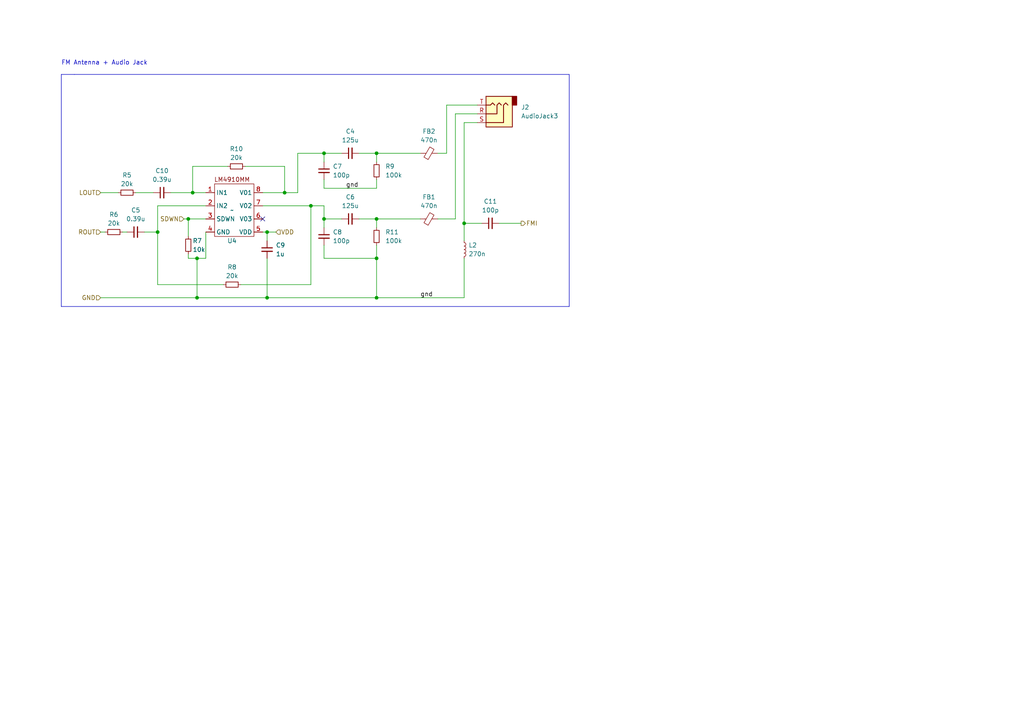
<source format=kicad_sch>
(kicad_sch (version 20230121) (generator eeschema)
  (paper "A4")
  (lib_symbols
    (symbol "Connector_Audio:AudioJack3"
      (property "Reference" "J" (at 0 8.89 0))
      (property "Value" "AudioJack3" (at 0 6.35 0))
      (symbol "AudioJack3_0_1"
        (rectangle (start -5.08 -5.08) (end -6.35 -2.54) (stroke (width 0.254)) (fill (type outline)))
        (polyline (pts (xy 0 -2.54) (xy 0.635 -3.175) (xy 1.27 -2.54) (xy 2.54 -2.54)) (stroke (width 0.254)))
        (polyline (pts (xy -1.905 -2.54) (xy -1.27 -3.175) (xy -0.635 -2.54) (xy -0.635 0) (xy 2.54 0)) (stroke (width 0.254)))
        (polyline (pts (xy 2.54 2.54) (xy -2.54 2.54) (xy -2.54 -2.54) (xy -3.175 -3.175) (xy -3.81 -2.54)) (stroke (width 0.254)))
        (rectangle (start 2.54 3.81) (end -5.08 -5.08) (stroke (width 0.254)) (fill (type background)))
      )
      (symbol "AudioJack3_1_1"
        (pin passive line (at 5.08 0 180) (length 2.54) (name "~") (number "R"))
        (pin passive line (at 5.08 2.54 180) (length 2.54) (name "~") (number "S"))
        (pin passive line (at 5.08 -2.54 180) (length 2.54) (name "~") (number "T"))
      )
    )
    (symbol "Device:C_Small" (pin_numbers hide) (pin_names (offset 0.254) hide)
      (property "Reference" "C" (at 0.254 1.778 0))
      (property "Value" "C_Small" (at 0.254 -2.032 0))
      (symbol "C_Small_0_1"
        (polyline (pts (xy -1.524 -0.508) (xy 1.524 -0.508)) (stroke (width 0.3302)))
        (polyline (pts (xy -1.524 0.508) (xy 1.524 0.508)) (stroke (width 0.3048)))
      )
      (symbol "C_Small_1_1"
        (pin passive line (at 0 2.54 270) (length 2.032) (name "~") (number "1"))
        (pin passive line (at 0 -2.54 90) (length 2.032) (name "~") (number "2"))
      )
    )
    (symbol "Device:FerriteBead_Small" (pin_numbers hide) (pin_names (offset 0))
      (property "Reference" "FB" (at 1.905 1.27 0))
      (property "Value" "FerriteBead_Small" (at 1.905 -1.27 0))
      (symbol "FerriteBead_Small_0_1"
        (polyline (pts (xy 0 -1.27) (xy 0 -0.7874)))
        (polyline (pts (xy 0 0.889) (xy 0 1.2954)))
        (polyline (pts (xy -1.8288 0.2794) (xy -1.1176 1.4986) (xy 1.8288 -0.2032) (xy 1.1176 -1.4224) (xy -1.8288 0.2794)))
      )
      (symbol "FerriteBead_Small_1_1"
        (pin passive line (at 0 2.54 270) (length 1.27) (name "~") (number "1"))
        (pin passive line (at 0 -2.54 90) (length 1.27) (name "~") (number "2"))
      )
    )
    (symbol "Device:L_Small" (pin_numbers hide) (pin_names (offset 0.254) hide)
      (property "Reference" "L" (at 0.762 1.016 0))
      (property "Value" "L_Small" (at 0.762 -1.016 0))
      (symbol "L_Small_0_1"
        (arc (start 0 -2.032) (mid 0.5058 -1.524) (end 0 -1.016))
        (arc (start 0 -1.016) (mid 0.5058 -0.508) (end 0 0))
        (arc (start 0 0) (mid 0.5058 0.508) (end 0 1.016))
        (arc (start 0 1.016) (mid 0.5058 1.524) (end 0 2.032))
      )
      (symbol "L_Small_1_1"
        (pin passive line (at 0 2.54 270) (length 0.508) (name "~") (number "1"))
        (pin passive line (at 0 -2.54 90) (length 0.508) (name "~") (number "2"))
      )
    )
    (symbol "Device:R_Small" (pin_numbers hide) (pin_names (offset 0.254) hide)
      (property "Reference" "R" (at 0.762 0.508 0))
      (property "Value" "R_Small" (at 0.762 -1.016 0))
      (symbol "R_Small_0_1"
        (rectangle (start -0.762 1.778) (end 0.762 -1.778) (stroke (width 0.2032)))
      )
      (symbol "R_Small_1_1"
        (pin passive line (at 0 2.54 270) (length 0.762) (name "~") (number "1"))
        (pin passive line (at 0 -2.54 90) (length 0.762) (name "~") (number "2"))
      )
    )
    (symbol "radio-proj:LM4910MM"
      (property "Reference" "U" (at 0 -8.89 0))
      (symbol "LM4910MM_0_1"
        (rectangle (start -5.08 7.62) (end 6.35 -7.62))
      )
      (symbol "LM4910MM_1_1"
        (text "LM4910MM\n" (at 0 8.89 0) (effects (font (size 1.27 1.27))))
        (pin input line (at -7.62 5.08 0) (length 2.54) (name "IN1") (number "1"))
        (pin input line (at -7.62 1.27 0) (length 2.54) (name "IN2") (number "2"))
        (pin input line (at -7.62 -2.54 0) (length 2.54) (name "SDWN") (number "3"))
        (pin power_in line (at -7.62 -6.35 0) (length 2.54) (name "GND") (number "4"))
        (pin input line (at 8.89 -6.35 180) (length 2.54) (name "VDD") (number "5"))
        (pin output line (at 8.89 -2.54 180) (length 2.54) (name "V03") (number "6"))
        (pin output line (at 8.89 1.27 180) (length 2.54) (name "V02") (number "7"))
        (pin output line (at 8.89 5.08 180) (length 2.54) (name "V01") (number "8"))
      )
    )
  )
  (junction (at 57.15 74.93))
  (junction (at 55.88 55.88))
  (junction (at 134.62 64.77))
  (junction (at 82.55 55.88))
  (junction (at 109.22 86.36))
  (junction (at 77.47 67.31))
  (junction (at 93.98 44.45))
  (junction (at 93.98 63.5))
  (junction (at 90.17 59.69))
  (junction (at 109.22 63.5))
  (junction (at 109.22 74.93))
  (junction (at 54.61 63.5))
  (junction (at 57.15 86.36))
  (junction (at 45.72 67.31))
  (junction (at 109.22 44.45))
  (junction (at 77.47 86.36))
  (no_connect (at 76.2 63.5))
  (wire (pts (xy 109.22 63.5) (xy 121.92 63.5)))
  (wire (pts (xy 71.12 48.26) (xy 82.55 48.26)))
  (wire (pts (xy 57.15 86.36) (xy 77.47 86.36)))
  (wire (pts (xy 93.98 52.07) (xy 93.98 54.61)))
  (wire (pts (xy 109.22 63.5) (xy 104.14 63.5)))
  (wire (pts (xy 93.98 44.45) (xy 99.06 44.45)))
  (wire (pts (xy 138.43 35.56) (xy 134.62 35.56)))
  (wire (pts (xy 77.47 86.36) (xy 77.47 74.93)))
  (wire (pts (xy 55.88 55.88) (xy 55.88 48.26)))
  (wire (pts (xy 134.62 64.77) (xy 134.62 69.85)))
  (wire (pts (xy 54.61 68.58) (xy 54.61 63.5)))
  (wire (pts (xy 109.22 71.12) (xy 109.22 74.93)))
  (wire (pts (xy 127 44.45) (xy 129.54 44.45)))
  (wire (pts (xy 93.98 54.61) (xy 109.22 54.61)))
  (wire (pts (xy 86.36 55.88) (xy 86.36 44.45)))
  (wire (pts (xy 57.15 86.36) (xy 57.15 74.93)))
  (wire (pts (xy 93.98 74.93) (xy 109.22 74.93)))
  (wire (pts (xy 69.85 82.55) (xy 90.17 82.55)))
  (wire (pts (xy 55.88 55.88) (xy 59.69 55.88)))
  (wire (pts (xy 82.55 48.26) (xy 82.55 55.88)))
  (wire (pts (xy 82.55 55.88) (xy 76.2 55.88)))
  (wire (pts (xy 49.53 55.88) (xy 55.88 55.88)))
  (wire (pts (xy 93.98 71.12) (xy 93.98 74.93)))
  (wire (pts (xy 109.22 66.04) (xy 109.22 63.5)))
  (wire (pts (xy 93.98 63.5) (xy 93.98 66.04)))
  (wire (pts (xy 57.15 74.93) (xy 59.69 74.93)))
  (wire (pts (xy 129.54 44.45) (xy 129.54 30.48)))
  (wire (pts (xy 86.36 44.45) (xy 93.98 44.45)))
  (wire (pts (xy 132.08 33.02) (xy 138.43 33.02)))
  (wire (pts (xy 45.72 67.31) (xy 45.72 59.69)))
  (wire (pts (xy 35.56 67.31) (xy 36.83 67.31)))
  (wire (pts (xy 29.21 55.88) (xy 34.29 55.88)))
  (wire (pts (xy 29.21 67.31) (xy 30.48 67.31)))
  (wire (pts (xy 90.17 82.55) (xy 90.17 59.69)))
  (polyline (pts (xy 165.1 88.9) (xy 17.78 88.9)))
  (wire (pts (xy 55.88 48.26) (xy 66.04 48.26)))
  (wire (pts (xy 76.2 59.69) (xy 90.17 59.69)))
  (wire (pts (xy 45.72 82.55) (xy 64.77 82.55)))
  (polyline (pts (xy 17.78 21.59) (xy 21.59 21.59)))
  (wire (pts (xy 109.22 52.07) (xy 109.22 54.61)))
  (polyline (pts (xy 165.1 21.59) (xy 165.1 88.9)))
  (wire (pts (xy 45.72 67.31) (xy 45.72 82.55)))
  (wire (pts (xy 77.47 86.36) (xy 109.22 86.36)))
  (polyline (pts (xy 17.78 88.9) (xy 17.78 21.59)))
  (wire (pts (xy 127 63.5) (xy 132.08 63.5)))
  (wire (pts (xy 45.72 59.69) (xy 59.69 59.69)))
  (wire (pts (xy 109.22 44.45) (xy 121.92 44.45)))
  (wire (pts (xy 77.47 67.31) (xy 76.2 67.31)))
  (wire (pts (xy 54.61 63.5) (xy 59.69 63.5)))
  (wire (pts (xy 29.21 86.36) (xy 57.15 86.36)))
  (wire (pts (xy 54.61 74.93) (xy 57.15 74.93)))
  (wire (pts (xy 39.37 55.88) (xy 44.45 55.88)))
  (wire (pts (xy 134.62 64.77) (xy 139.7 64.77)))
  (wire (pts (xy 54.61 73.66) (xy 54.61 74.93)))
  (wire (pts (xy 53.34 63.5) (xy 54.61 63.5)))
  (wire (pts (xy 90.17 59.69) (xy 93.98 59.69)))
  (wire (pts (xy 134.62 35.56) (xy 134.62 64.77)))
  (wire (pts (xy 59.69 67.31) (xy 59.69 74.93)))
  (wire (pts (xy 93.98 59.69) (xy 93.98 63.5)))
  (wire (pts (xy 93.98 44.45) (xy 93.98 46.99)))
  (wire (pts (xy 109.22 86.36) (xy 134.62 86.36)))
  (wire (pts (xy 134.62 74.93) (xy 134.62 86.36)))
  (wire (pts (xy 129.54 30.48) (xy 138.43 30.48)))
  (wire (pts (xy 93.98 63.5) (xy 99.06 63.5)))
  (wire (pts (xy 45.72 67.31) (xy 41.91 67.31)))
  (wire (pts (xy 144.78 64.77) (xy 151.13 64.77)))
  (wire (pts (xy 104.14 44.45) (xy 109.22 44.45)))
  (wire (pts (xy 109.22 86.36) (xy 109.22 74.93)))
  (wire (pts (xy 82.55 55.88) (xy 86.36 55.88)))
  (wire (pts (xy 109.22 44.45) (xy 109.22 46.99)))
  (wire (pts (xy 77.47 67.31) (xy 80.01 67.31)))
  (polyline (pts (xy 21.59 21.59) (xy 165.1 21.59)))
  (wire (pts (xy 132.08 63.5) (xy 132.08 33.02)))
  (wire (pts (xy 77.47 69.85) (xy 77.47 67.31)))
  (text "FM Antenna + Audio Jack" (at 17.78 19.05 0) (effects (font (size 1.27 1.27)) (justify left bottom)))
  (label "gnd" (at 121.92 86.36 0))
  (label "gnd" (at 100.33 54.61 0))
  (hierarchical_label "FMI" (shape output) (at 151.13 64.77 0))
  (hierarchical_label "SDWN" (shape input) (at 53.34 63.5 180))
  (hierarchical_label "LOUT" (shape input) (at 29.21 55.88 180))
  (hierarchical_label "ROUT" (shape input) (at 29.21 67.31 180))
  (hierarchical_label "VDD" (shape input) (at 80.01 67.31 0))
  (hierarchical_label "GND" (shape input) (at 29.21 86.36 180))
  (symbol (lib_id "Device:FerriteBead_Small") (at 124.46 44.45 90) (unit 1)
    (property "Reference" "FB2" (at 124.4219 38.1 90))
    (property "Value" "470n" (at 124.4219 40.64 90))
  )
  (symbol (lib_id "Device:R_Small") (at 109.22 49.53 0) (unit 1)
    (property "Reference" "R9" (at 111.76 48.26 0) (effects (justify left)))
    (property "Value" "100k" (at 111.76 50.8 0) (effects (justify left)))
  )
  (symbol (lib_id "Device:R_Small") (at 36.83 55.88 90) (unit 1)
    (property "Reference" "R5" (at 36.83 50.8 90))
    (property "Value" "20k" (at 36.83 53.34 90))
  )
  (symbol (lib_id "Device:L_Small") (at 134.62 72.39 0) (unit 1)
    (property "Reference" "L2" (at 135.89 71.12 0) (effects (justify left)))
    (property "Value" "270n" (at 135.89 73.66 0) (effects (justify left)))
  )
  (symbol (lib_id "Device:FerriteBead_Small") (at 124.46 63.5 90) (unit 1)
    (property "Reference" "FB1" (at 124.4219 57.15 90))
    (property "Value" "470n" (at 124.4219 59.69 90))
  )
  (symbol (lib_id "Device:R_Small") (at 109.22 68.58 0) (unit 1)
    (property "Reference" "R11" (at 111.76 67.31 0) (effects (justify left)))
    (property "Value" "100k" (at 111.76 69.85 0) (effects (justify left)))
  )
  (symbol (lib_id "Device:C_Small") (at 101.6 44.45 90) (unit 1)
    (property "Reference" "C4" (at 101.6063 38.1 90))
    (property "Value" "125u" (at 101.6063 40.64 90))
  )
  (symbol (lib_id "Device:R_Small") (at 33.02 67.31 90) (unit 1)
    (property "Reference" "R6" (at 33.02 62.23 90))
    (property "Value" "20k" (at 33.02 64.77 90))
  )
  (symbol (lib_id "Device:C_Small") (at 77.47 72.39 0) (unit 1)
    (property "Reference" "C9" (at 80.01 71.1263 0) (effects (justify left)))
    (property "Value" "1u" (at 80.01 73.6663 0) (effects (justify left)))
  )
  (symbol (lib_id "Device:R_Small") (at 67.31 82.55 90) (unit 1)
    (property "Reference" "R8" (at 67.31 77.47 90))
    (property "Value" "20k" (at 67.31 80.01 90))
  )
  (symbol (lib_id "Device:C_Small") (at 93.98 49.53 0) (unit 1)
    (property "Reference" "C7" (at 96.52 48.2663 0) (effects (justify left)))
    (property "Value" "100p" (at 96.52 50.8063 0) (effects (justify left)))
  )
  (symbol (lib_id "Device:C_Small") (at 101.6 63.5 90) (unit 1)
    (property "Reference" "C6" (at 101.6063 57.15 90))
    (property "Value" "125u" (at 101.6063 59.69 90))
  )
  (symbol (lib_id "Connector_Audio:AudioJack3") (at 143.51 33.02 180) (unit 1)
    (property "Reference" "J2" (at 151.13 31.115 0) (effects (justify right)))
    (property "Value" "AudioJack3" (at 151.13 33.655 0) (effects (justify right)))
  )
  (symbol (lib_id "Device:R_Small") (at 54.61 71.12 0) (unit 1)
    (property "Reference" "R7" (at 55.88 69.85 0) (effects (justify left)))
    (property "Value" "10k" (at 55.88 72.39 0) (effects (justify left)))
  )
  (symbol (lib_id "Device:C_Small") (at 39.37 67.31 90) (unit 1)
    (property "Reference" "C5" (at 39.3763 60.96 90))
    (property "Value" "0.39u" (at 39.3763 63.5 90))
  )
  (symbol (lib_id "Device:R_Small") (at 68.58 48.26 90) (unit 1)
    (property "Reference" "R10" (at 68.58 43.18 90))
    (property "Value" "20k" (at 68.58 45.72 90))
  )
  (symbol (lib_id "Device:C_Small") (at 46.99 55.88 90) (unit 1)
    (property "Reference" "C10" (at 46.9963 49.53 90))
    (property "Value" "0.39u" (at 46.9963 52.07 90))
  )
  (symbol (lib_id "radio-proj:LM4910MM") (at 67.31 60.96 0) (unit 1)
    (property "Reference" "U4" (at 67.31 69.85 0))
    (property "Value" "~" (at 67.31 60.96 0))
  )
  (symbol (lib_id "Device:C_Small") (at 93.98 68.58 0) (unit 1)
    (property "Reference" "C8" (at 96.52 67.3163 0) (effects (justify left)))
    (property "Value" "100p" (at 96.52 69.8563 0) (effects (justify left)))
  )
  (symbol (lib_id "Device:C_Small") (at 142.24 64.77 90) (unit 1)
    (property "Reference" "C11" (at 142.2463 58.42 90))
    (property "Value" "100p" (at 142.2463 60.96 90))
  )
)
</source>
